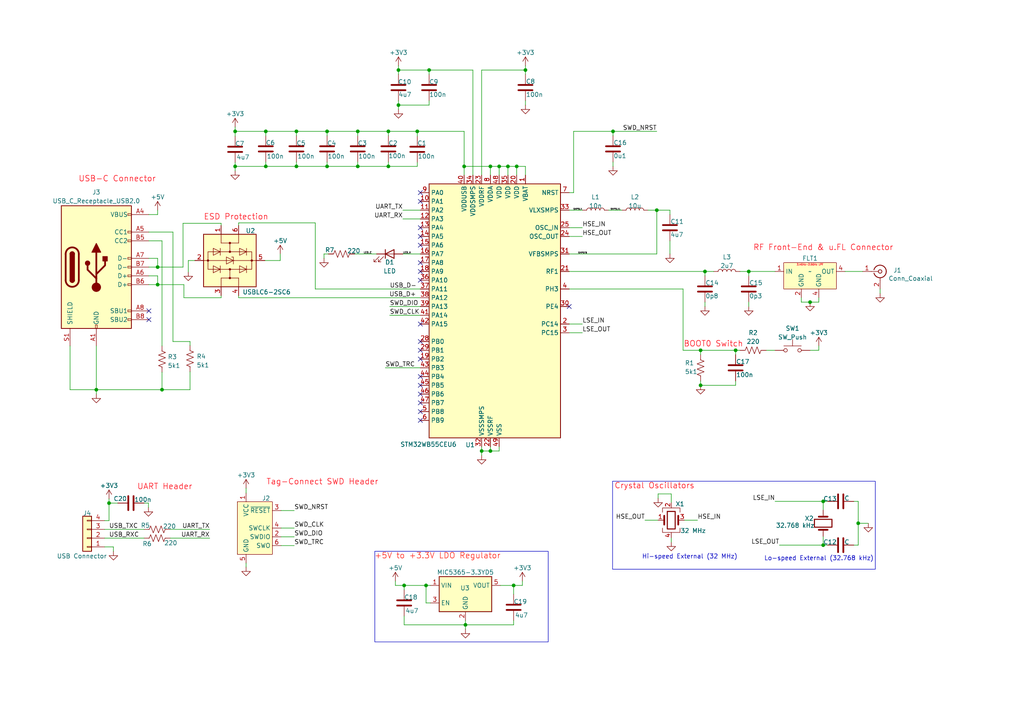
<source format=kicad_sch>
(kicad_sch (version 20230121) (generator eeschema)
  (paper "A4")
  (title_block (title "Bleuy") (date "2023-12-19") (rev "A"))
  (lib_symbols
    (symbol "Connector:Conn_ARM_SWD_TagConnect_TC2030" (in_bom no)
      (property "Reference" "J" (at 2.54 11.43 0))
      (property "Value" "Conn_ARM_SWD_TagConnect_TC2030" (at 5.08 8.89 0))
      (symbol "Conn_ARM_SWD_TagConnect_TC2030_0_0"
        (pin power_in line (at -2.54 10.16 270) (length 2.54) (name "VCC") (number "1"))
        (pin bidirectional line (at 7.62 -2.54 180) (length 2.54) (name "SWDIO") (number "2"))
        (pin open_collector line (at 7.62 5.08 180) (length 2.54) (name "~{RESET}") (number "3"))
        (pin output line (at 7.62 0 180) (length 2.54) (name "SWCLK") (number "4"))
        (pin power_in line (at -2.54 -10.16 90) (length 2.54) (name "GND") (number "5"))
        (pin input line (at 7.62 -5.08 180) (length 2.54) (name "SWO") (number "6"))
      )
      (symbol "Conn_ARM_SWD_TagConnect_TC2030_0_1"
        (rectangle (start -5.08 7.62) (end 5.08 -7.62) (fill (type background)))
      )
    )
    (symbol "Connector:Conn_Coaxial" (pin_names (offset 1.016) hide)
      (property "Reference" "J" (at 0.254 3.048 0))
      (property "Value" "Conn_Coaxial" (at 2.921 0 90))
      (symbol "Conn_Coaxial_0_1"
        (arc (start -1.778 -0.508) (mid 0.2311 -1.8066) (end 1.778 0) (stroke (width 0.254)))
        (polyline (pts (xy -2.54 0) (xy -0.508 0)))
        (polyline (pts (xy 0 -2.54) (xy 0 -1.778)))
        (circle (center 0 0) (radius 0.508) (stroke (width 0.2032)))
        (arc (start 1.778 0) (mid 0.2099 1.8101) (end -1.778 0.508) (stroke (width 0.254)))
      )
      (symbol "Conn_Coaxial_1_1"
        (pin passive line (at -5.08 0 0) (length 2.54) (name "In") (number "1"))
        (pin passive line (at 0 -5.08 90) (length 2.54) (name "Ext") (number "2"))
      )
    )
    (symbol "Connector:USB_C_Receptacle_USB2.0" (pin_names (offset 1.016))
      (property "Reference" "J" (at -10.16 19.05 0))
      (property "Value" "USB_C_Receptacle_USB2.0" (at 19.05 19.05 0))
      (symbol "USB_C_Receptacle_USB2.0_0_0"
        (rectangle (start -0.254 -17.78) (end 0.254 -16.764))
        (rectangle (start 10.16 -14.986) (end 9.144 -15.494))
        (rectangle (start 10.16 -12.446) (end 9.144 -12.954))
        (rectangle (start 10.16 -4.826) (end 9.144 -5.334))
        (rectangle (start 10.16 -2.286) (end 9.144 -2.794))
        (rectangle (start 10.16 0.254) (end 9.144 -0.254))
        (rectangle (start 10.16 2.794) (end 9.144 2.286))
        (rectangle (start 10.16 7.874) (end 9.144 7.366))
        (rectangle (start 10.16 10.414) (end 9.144 9.906))
        (rectangle (start 10.16 15.494) (end 9.144 14.986))
      )
      (symbol "USB_C_Receptacle_USB2.0_0_1"
        (rectangle (start -10.16 17.78) (end 10.16 -17.78) (stroke (width 0.254)) (fill (type background)))
        (arc (start -8.89 -3.81) (mid -6.985 -5.7067) (end -5.08 -3.81) (stroke (width 0.508)))
        (arc (start -7.62 -3.81) (mid -6.985 -4.4423) (end -6.35 -3.81) (stroke (width 0.254)))
        (arc (start -7.62 -3.81) (mid -6.985 -4.4423) (end -6.35 -3.81) (stroke (width 0.254)) (fill (type outline)))
        (rectangle (start -7.62 -3.81) (end -6.35 3.81) (stroke (width 0.254)) (fill (type outline)))
        (arc (start -6.35 3.81) (mid -6.985 4.4423) (end -7.62 3.81) (stroke (width 0.254)))
        (arc (start -6.35 3.81) (mid -6.985 4.4423) (end -7.62 3.81) (stroke (width 0.254)) (fill (type outline)))
        (arc (start -5.08 3.81) (mid -6.985 5.7067) (end -8.89 3.81) (stroke (width 0.508)))
        (circle (center -2.54 1.143) (radius 0.635) (stroke (width 0.254)) (fill (type outline)))
        (circle (center 0 -5.842) (radius 1.27) (fill (type outline)))
        (polyline (pts (xy -8.89 -3.81) (xy -8.89 3.81)) (stroke (width 0.508)))
        (polyline (pts (xy -5.08 3.81) (xy -5.08 -3.81)) (stroke (width 0.508)))
        (polyline (pts (xy 0 -5.842) (xy 0 4.318)) (stroke (width 0.508)))
        (polyline (pts (xy 0 -3.302) (xy -2.54 -0.762) (xy -2.54 0.508)) (stroke (width 0.508)))
        (polyline (pts (xy 0 -2.032) (xy 2.54 0.508) (xy 2.54 1.778)) (stroke (width 0.508)))
        (polyline (pts (xy -1.27 4.318) (xy 0 6.858) (xy 1.27 4.318) (xy -1.27 4.318)) (stroke (width 0.254)) (fill (type outline)))
        (rectangle (start 1.905 1.778) (end 3.175 3.048) (stroke (width 0.254)) (fill (type outline)))
      )
      (symbol "USB_C_Receptacle_USB2.0_1_1"
        (pin passive line (at 0 -22.86 90) (length 5.08) (name "GND") (number "A1"))
        (pin passive line (at 0 -22.86 90) (length 5.08) hide (name "GND") (number "A12"))
        (pin passive line (at 15.24 15.24 180) (length 5.08) (name "VBUS") (number "A4"))
        (pin bidirectional line (at 15.24 10.16 180) (length 5.08) (name "CC1") (number "A5"))
        (pin bidirectional line (at 15.24 -2.54 180) (length 5.08) (name "D+") (number "A6"))
        (pin bidirectional line (at 15.24 2.54 180) (length 5.08) (name "D-") (number "A7"))
        (pin bidirectional line (at 15.24 -12.7 180) (length 5.08) (name "SBU1") (number "A8"))
        (pin passive line (at 15.24 15.24 180) (length 5.08) hide (name "VBUS") (number "A9"))
        (pin passive line (at 0 -22.86 90) (length 5.08) hide (name "GND") (number "B1"))
        (pin passive line (at 0 -22.86 90) (length 5.08) hide (name "GND") (number "B12"))
        (pin passive line (at 15.24 15.24 180) (length 5.08) hide (name "VBUS") (number "B4"))
        (pin bidirectional line (at 15.24 7.62 180) (length 5.08) (name "CC2") (number "B5"))
        (pin bidirectional line (at 15.24 -5.08 180) (length 5.08) (name "D+") (number "B6"))
        (pin bidirectional line (at 15.24 0 180) (length 5.08) (name "D-") (number "B7"))
        (pin bidirectional line (at 15.24 -15.24 180) (length 5.08) (name "SBU2") (number "B8"))
        (pin passive line (at 15.24 15.24 180) (length 5.08) hide (name "VBUS") (number "B9"))
        (pin passive line (at -7.62 -22.86 90) (length 5.08) (name "SHIELD") (number "S1"))
      )
    )
    (symbol "Connector_Generic:Conn_01x04" (pin_names (offset 1.016) hide)
      (property "Reference" "J" (at 0 5.08 0))
      (property "Value" "Conn_01x04" (at 0 -7.62 0))
      (symbol "Conn_01x04_1_1"
        (rectangle (start -1.27 -4.953) (end 0 -5.207) (stroke (width 0.1524)))
        (rectangle (start -1.27 -2.413) (end 0 -2.667) (stroke (width 0.1524)))
        (rectangle (start -1.27 0.127) (end 0 -0.127) (stroke (width 0.1524)))
        (rectangle (start -1.27 2.667) (end 0 2.413) (stroke (width 0.1524)))
        (rectangle (start -1.27 3.81) (end 1.27 -6.35) (stroke (width 0.254)) (fill (type background)))
        (pin passive line (at -5.08 2.54 0) (length 3.81) (name "Pin_1") (number "1"))
        (pin passive line (at -5.08 0 0) (length 3.81) (name "Pin_2") (number "2"))
        (pin passive line (at -5.08 -2.54 0) (length 3.81) (name "Pin_3") (number "3"))
        (pin passive line (at -5.08 -5.08 0) (length 3.81) (name "Pin_4") (number "4"))
      )
    )
    (symbol "Device:C" (pin_numbers hide) (pin_names (offset 0.254))
      (property "Reference" "C" (at 0.635 2.54 0))
      (property "Value" "C" (at 0.635 -2.54 0))
      (symbol "C_0_1"
        (polyline (pts (xy -2.032 -0.762) (xy 2.032 -0.762)) (stroke (width 0.508)))
        (polyline (pts (xy -2.032 0.762) (xy 2.032 0.762)) (stroke (width 0.508)))
      )
      (symbol "C_1_1"
        (pin passive line (at 0 3.81 270) (length 2.794) (name "~") (number "1"))
        (pin passive line (at 0 -3.81 90) (length 2.794) (name "~") (number "2"))
      )
    )
    (symbol "Device:Crystal" (pin_numbers hide) (pin_names (offset 1.016) hide)
      (property "Reference" "Y" (at 0 3.81 0))
      (property "Value" "Crystal" (at 0 -3.81 0))
      (symbol "Crystal_0_1"
        (rectangle (start -1.143 2.54) (end 1.143 -2.54) (stroke (width 0.3048)))
        (polyline (pts (xy -2.54 0) (xy -1.905 0)))
        (polyline (pts (xy -1.905 -1.27) (xy -1.905 1.27)) (stroke (width 0.508)))
        (polyline (pts (xy 1.905 -1.27) (xy 1.905 1.27)) (stroke (width 0.508)))
        (polyline (pts (xy 2.54 0) (xy 1.905 0)))
      )
      (symbol "Crystal_1_1"
        (pin passive line (at -3.81 0 0) (length 1.27) (name "1") (number "1"))
        (pin passive line (at 3.81 0 180) (length 1.27) (name "2") (number "2"))
      )
    )
    (symbol "Device:Crystal_GND24" (pin_names (offset 1.016) hide)
      (property "Reference" "Y" (at 3.175 5.08 0))
      (property "Value" "Crystal_GND24" (at 3.175 3.175 0))
      (symbol "Crystal_GND24_0_1"
        (rectangle (start -1.143 2.54) (end 1.143 -2.54) (stroke (width 0.3048)))
        (polyline (pts (xy -2.54 0) (xy -2.032 0)))
        (polyline (pts (xy -2.032 -1.27) (xy -2.032 1.27)) (stroke (width 0.508)))
        (polyline (pts (xy 0 -3.81) (xy 0 -3.556)))
        (polyline (pts (xy 0 3.556) (xy 0 3.81)))
        (polyline (pts (xy 2.032 -1.27) (xy 2.032 1.27)) (stroke (width 0.508)))
        (polyline (pts (xy 2.032 0) (xy 2.54 0)))
        (polyline (pts (xy -2.54 -2.286) (xy -2.54 -3.556) (xy 2.54 -3.556) (xy 2.54 -2.286)))
        (polyline (pts (xy -2.54 2.286) (xy -2.54 3.556) (xy 2.54 3.556) (xy 2.54 2.286)))
      )
      (symbol "Crystal_GND24_1_1"
        (pin passive line (at -3.81 0 0) (length 1.27) (name "1") (number "1"))
        (pin passive line (at 0 5.08 270) (length 1.27) (name "2") (number "2"))
        (pin passive line (at 3.81 0 180) (length 1.27) (name "3") (number "3"))
        (pin passive line (at 0 -5.08 90) (length 1.27) (name "4") (number "4"))
      )
    )
    (symbol "Device:L" (pin_numbers hide) (pin_names (offset 1.016) hide)
      (property "Reference" "L" (at -1.27 0 90))
      (property "Value" "L" (at 1.905 0 90))
      (symbol "L_0_1"
        (arc (start 0 -2.54) (mid 0.6323 -1.905) (end 0 -1.27))
        (arc (start 0 -1.27) (mid 0.6323 -0.635) (end 0 0))
        (arc (start 0 0) (mid 0.6323 0.635) (end 0 1.27))
        (arc (start 0 1.27) (mid 0.6323 1.905) (end 0 2.54))
      )
      (symbol "L_1_1"
        (pin passive line (at 0 3.81 270) (length 1.27) (name "1") (number "1"))
        (pin passive line (at 0 -3.81 90) (length 1.27) (name "2") (number "2"))
      )
    )
    (symbol "Device:LED" (pin_numbers hide) (pin_names (offset 1.016) hide)
      (property "Reference" "D" (at 0 2.54 0))
      (property "Value" "LED" (at 0 -2.54 0))
      (symbol "LED_0_1"
        (polyline (pts (xy -1.27 -1.27) (xy -1.27 1.27)) (stroke (width 0.254)))
        (polyline (pts (xy -1.27 0) (xy 1.27 0)))
        (polyline (pts (xy 1.27 -1.27) (xy 1.27 1.27) (xy -1.27 0) (xy 1.27 -1.27)) (stroke (width 0.254)))
        (polyline (pts (xy -3.048 -0.762) (xy -4.572 -2.286) (xy -3.81 -2.286) (xy -4.572 -2.286) (xy -4.572 -1.524)))
        (polyline (pts (xy -1.778 -0.762) (xy -3.302 -2.286) (xy -2.54 -2.286) (xy -3.302 -2.286) (xy -3.302 -1.524)))
      )
      (symbol "LED_1_1"
        (pin passive line (at -3.81 0 0) (length 2.54) (name "K") (number "1"))
        (pin passive line (at 3.81 0 180) (length 2.54) (name "A") (number "2"))
      )
    )
    (symbol "Device:R_US" (pin_numbers hide) (pin_names (offset 0))
      (property "Reference" "R" (at 2.54 0 90))
      (property "Value" "R_US" (at -2.54 0 90))
      (symbol "R_US_0_1"
        (polyline (pts (xy 0 -2.286) (xy 0 -2.54)))
        (polyline (pts (xy 0 2.286) (xy 0 2.54)))
        (polyline (pts (xy 0 -0.762) (xy 1.016 -1.143) (xy 0 -1.524) (xy -1.016 -1.905) (xy 0 -2.286)))
        (polyline (pts (xy 0 0.762) (xy 1.016 0.381) (xy 0 0) (xy -1.016 -0.381) (xy 0 -0.762)))
        (polyline (pts (xy 0 2.286) (xy 1.016 1.905) (xy 0 1.524) (xy -1.016 1.143) (xy 0 0.762)))
      )
      (symbol "R_US_1_1"
        (pin passive line (at 0 3.81 270) (length 1.27) (name "~") (number "1"))
        (pin passive line (at 0 -3.81 90) (length 1.27) (name "~") (number "2"))
      )
    )
    (symbol "MCU_ST_STM32WB:STM32WB55CEUx"
      (property "Reference" "U" (at -17.78 39.37 0))
      (property "Value" "STM32WB55CEUx" (at 12.7 39.37 0))
      (symbol "STM32WB55CEUx_0_1"
        (rectangle (start -17.78 -35.56) (end 20.32 38.1) (stroke (width 0.254)) (fill (type background)))
      )
      (symbol "STM32WB55CEUx_1_1"
        (pin power_in line (at -7.62 40.64 270) (length 2.54) (name "VBAT") (number "1"))
        (pin bidirectional line (at 22.86 33.02 180) (length 2.54) (name "PA1") (number "10"))
        (pin bidirectional line (at 22.86 30.48 180) (length 2.54) (name "PA2") (number "11"))
        (pin bidirectional line (at 22.86 27.94 180) (length 2.54) (name "PA3") (number "12"))
        (pin bidirectional line (at 22.86 25.4 180) (length 2.54) (name "PA4") (number "13"))
        (pin bidirectional line (at 22.86 22.86 180) (length 2.54) (name "PA5") (number "14"))
        (pin bidirectional line (at 22.86 20.32 180) (length 2.54) (name "PA6") (number "15"))
        (pin bidirectional line (at 22.86 17.78 180) (length 2.54) (name "PA7") (number "16"))
        (pin bidirectional line (at 22.86 15.24 180) (length 2.54) (name "PA8") (number "17"))
        (pin bidirectional line (at 22.86 12.7 180) (length 2.54) (name "PA9") (number "18"))
        (pin bidirectional line (at 22.86 -12.7 180) (length 2.54) (name "PB2") (number "19"))
        (pin bidirectional line (at -20.32 -2.54 0) (length 2.54) (name "PC14") (number "2"))
        (pin power_in line (at -5.08 40.64 270) (length 2.54) (name "VDD") (number "20"))
        (pin bidirectional line (at -20.32 12.7 0) (length 2.54) (name "RF1") (number "21"))
        (pin power_in line (at 2.54 -38.1 90) (length 2.54) (name "VSSRF") (number "22"))
        (pin power_in line (at 5.08 40.64 270) (length 2.54) (name "VDDRF") (number "23"))
        (pin input line (at -20.32 22.86 0) (length 2.54) (name "OSC_OUT") (number "24"))
        (pin input line (at -20.32 25.4 0) (length 2.54) (name "OSC_IN") (number "25"))
        (pin no_connect line (at -17.78 -35.56 0) (length 2.54) hide (name "AT0") (number "26"))
        (pin no_connect line (at -17.78 -33.02 0) (length 2.54) hide (name "AT1") (number "27"))
        (pin bidirectional line (at 22.86 -7.62 180) (length 2.54) (name "PB0") (number "28"))
        (pin bidirectional line (at 22.86 -10.16 180) (length 2.54) (name "PB1") (number "29"))
        (pin bidirectional line (at -20.32 -5.08 0) (length 2.54) (name "PC15") (number "3"))
        (pin bidirectional line (at -20.32 2.54 0) (length 2.54) (name "PE4") (number "30"))
        (pin input line (at -20.32 17.78 0) (length 2.54) (name "VFBSMPS") (number "31"))
        (pin power_in line (at 5.08 -38.1 90) (length 2.54) (name "VSSSMPS") (number "32"))
        (pin power_in line (at -20.32 30.48 0) (length 2.54) (name "VLXSMPS") (number "33"))
        (pin power_in line (at 7.62 40.64 270) (length 2.54) (name "VDDSMPS") (number "34"))
        (pin power_in line (at -2.54 40.64 270) (length 2.54) (name "VDD") (number "35"))
        (pin bidirectional line (at 22.86 10.16 180) (length 2.54) (name "PA10") (number "36"))
        (pin bidirectional line (at 22.86 7.62 180) (length 2.54) (name "PA11") (number "37"))
        (pin bidirectional line (at 22.86 5.08 180) (length 2.54) (name "PA12") (number "38"))
        (pin bidirectional line (at 22.86 2.54 180) (length 2.54) (name "PA13") (number "39"))
        (pin bidirectional line (at -20.32 7.62 0) (length 2.54) (name "PH3") (number "4"))
        (pin power_in line (at 10.16 40.64 270) (length 2.54) (name "VDDUSB") (number "40"))
        (pin bidirectional line (at 22.86 0 180) (length 2.54) (name "PA14") (number "41"))
        (pin bidirectional line (at 22.86 -2.54 180) (length 2.54) (name "PA15") (number "42"))
        (pin bidirectional line (at 22.86 -15.24 180) (length 2.54) (name "PB3") (number "43"))
        (pin bidirectional line (at 22.86 -17.78 180) (length 2.54) (name "PB4") (number "44"))
        (pin bidirectional line (at 22.86 -20.32 180) (length 2.54) (name "PB5") (number "45"))
        (pin bidirectional line (at 22.86 -22.86 180) (length 2.54) (name "PB6") (number "46"))
        (pin bidirectional line (at 22.86 -25.4 180) (length 2.54) (name "PB7") (number "47"))
        (pin power_in line (at 0 40.64 270) (length 2.54) (name "VDD") (number "48"))
        (pin power_in line (at 0 -38.1 90) (length 2.54) (name "VSS") (number "49"))
        (pin bidirectional line (at 22.86 -27.94 180) (length 2.54) (name "PB8") (number "5"))
        (pin bidirectional line (at 22.86 -30.48 180) (length 2.54) (name "PB9") (number "6"))
        (pin input line (at -20.32 35.56 0) (length 2.54) (name "NRST") (number "7"))
        (pin power_in line (at 2.54 40.64 270) (length 2.54) (name "VDDA") (number "8"))
        (pin bidirectional line (at 22.86 35.56 180) (length 2.54) (name "PA0") (number "9"))
      )
    )
    (symbol "Power_Protection:USBLC6-2SC6" (pin_names hide)
      (property "Reference" "U" (at 2.54 8.89 0))
      (property "Value" "USBLC6-2SC6" (at 2.54 -8.89 0))
      (symbol "USBLC6-2SC6_0_1"
        (rectangle (start -7.62 -7.62) (end 7.62 7.62) (stroke (width 0.254)) (fill (type background)))
        (circle (center -5.08 0) (radius 0.254) (fill (type outline)))
        (circle (center -2.54 0) (radius 0.254) (fill (type outline)))
        (rectangle (start -2.54 6.35) (end 2.54 -6.35))
        (circle (center 0 -6.35) (radius 0.254) (fill (type outline)))
        (polyline (pts (xy -5.08 -2.54) (xy -7.62 -2.54)))
        (polyline (pts (xy -5.08 0) (xy -5.08 -2.54)))
        (polyline (pts (xy -5.08 2.54) (xy -7.62 2.54)))
        (polyline (pts (xy -1.524 -2.794) (xy -3.556 -2.794)))
        (polyline (pts (xy -1.524 4.826) (xy -3.556 4.826)))
        (polyline (pts (xy 0 -7.62) (xy 0 -6.35)))
        (polyline (pts (xy 0 -6.35) (xy 0 1.27)))
        (polyline (pts (xy 0 1.27) (xy 0 6.35)))
        (polyline (pts (xy 0 6.35) (xy 0 7.62)))
        (polyline (pts (xy 1.524 -2.794) (xy 3.556 -2.794)))
        (polyline (pts (xy 1.524 4.826) (xy 3.556 4.826)))
        (polyline (pts (xy 5.08 -2.54) (xy 7.62 -2.54)))
        (polyline (pts (xy 5.08 0) (xy 5.08 -2.54)))
        (polyline (pts (xy 5.08 2.54) (xy 7.62 2.54)))
        (polyline (pts (xy -2.54 0) (xy -5.08 0) (xy -5.08 2.54)))
        (polyline (pts (xy 2.54 0) (xy 5.08 0) (xy 5.08 2.54)))
        (polyline (pts (xy -3.556 -4.826) (xy -1.524 -4.826) (xy -2.54 -2.794) (xy -3.556 -4.826)))
        (polyline (pts (xy -3.556 2.794) (xy -1.524 2.794) (xy -2.54 4.826) (xy -3.556 2.794)))
        (polyline (pts (xy -1.016 -1.016) (xy 1.016 -1.016) (xy 0 1.016) (xy -1.016 -1.016)))
        (polyline (pts (xy 1.016 1.016) (xy 0.762 1.016) (xy -1.016 1.016) (xy -1.016 0.508)))
        (polyline (pts (xy 3.556 -4.826) (xy 1.524 -4.826) (xy 2.54 -2.794) (xy 3.556 -4.826)))
        (polyline (pts (xy 3.556 2.794) (xy 1.524 2.794) (xy 2.54 4.826) (xy 3.556 2.794)))
        (circle (center 0 6.35) (radius 0.254) (fill (type outline)))
        (circle (center 2.54 0) (radius 0.254) (fill (type outline)))
        (circle (center 5.08 0) (radius 0.254) (fill (type outline)))
      )
      (symbol "USBLC6-2SC6_1_1"
        (pin passive line (at -10.16 -2.54 0) (length 2.54) (name "I/O1") (number "1"))
        (pin passive line (at 0 -10.16 90) (length 2.54) (name "GND") (number "2"))
        (pin passive line (at 10.16 -2.54 180) (length 2.54) (name "I/O2") (number "3"))
        (pin passive line (at 10.16 2.54 180) (length 2.54) (name "I/O2") (number "4"))
        (pin passive line (at 0 10.16 270) (length 2.54) (name "VBUS") (number "5"))
        (pin passive line (at -10.16 2.54 0) (length 2.54) (name "I/O1") (number "6"))
      )
    )
    (symbol "RF LFP:DLF162500LT-5028A1"
      (property "Reference" "FLT" (at 0 3.556 0))
      (symbol "DLF162500LT-5028A1_0_1"
        (rectangle (start -7.62 2.54) (end 7.62 -5.08) (fill (type background)))
        (text "2.4GHz-2.5GHz LPF" (at 0 2.032 0) (effects (font (size 0.508 0.508))))
      )
      (symbol "DLF162500LT-5028A1_1_1"
        (pin passive line (at -10.16 0 0) (length 2.54) (name "IN") (number "1"))
        (pin passive line (at -2.54 -7.62 90) (length 2.54) (name "GND") (number "2"))
        (pin passive line (at 2.54 -7.62 90) (length 2.54) (name "GND") (number "4"))
        (pin passive line (at 10.16 0 180) (length 2.54) (name "OUT") (number "4"))
      )
    )
    (symbol "Regulator_Linear:MIC5365-3.3YD5"
      (property "Reference" "U" (at -7.62 6.35 0))
      (property "Value" "MIC5365-3.3YD5" (at 0 6.35 0))
      (symbol "MIC5365-3.3YD5_0_1"
        (rectangle (start -7.62 -5.08) (end 7.62 5.08) (stroke (width 0.254)) (fill (type background)))
      )
      (symbol "MIC5365-3.3YD5_1_1"
        (pin power_in line (at -10.16 2.54 0) (length 2.54) (name "VIN") (number "1"))
        (pin power_in line (at 0 -7.62 90) (length 2.54) (name "GND") (number "2"))
        (pin input line (at -10.16 -2.54 0) (length 2.54) (name "EN") (number "3"))
        (pin no_connect line (at 7.62 -2.54 180) (length 2.54) hide (name "NC") (number "4"))
        (pin power_out line (at 10.16 2.54 180) (length 2.54) (name "VOUT") (number "5"))
      )
    )
    (symbol "Switch:SW_Push" (pin_numbers hide) (pin_names (offset 1.016) hide)
      (property "Reference" "SW" (at 1.27 2.54 0))
      (property "Value" "SW_Push" (at 0 -1.524 0))
      (symbol "SW_Push_0_1"
        (circle (center -2.032 0) (radius 0.508))
        (polyline (pts (xy 0 1.27) (xy 0 3.048)))
        (polyline (pts (xy 2.54 1.27) (xy -2.54 1.27)))
        (circle (center 2.032 0) (radius 0.508))
        (pin passive line (at -5.08 0 0) (length 2.54) (name "1") (number "1"))
        (pin passive line (at 5.08 0 180) (length 2.54) (name "2") (number "2"))
      )
    )
    (symbol "power:+3V3" (power) (pin_names (offset 0))
      (property "Value" "+3V3" (at 0 3.556 0))
      (symbol "+3V3_0_1"
        (polyline (pts (xy -0.762 1.27) (xy 0 2.54)))
        (polyline (pts (xy 0 0) (xy 0 2.54)))
        (polyline (pts (xy 0 2.54) (xy 0.762 1.27)))
      )
      (symbol "+3V3_1_1"
        (pin power_in line (at 0 0 90) (length 0) hide (name "+3V3") (number "1"))
      )
    )
    (symbol "power:+5V" (power) (pin_names (offset 0))
      (property "Value" "+5V" (at 0 3.556 0))
      (symbol "+5V_0_1"
        (polyline (pts (xy -0.762 1.27) (xy 0 2.54)))
        (polyline (pts (xy 0 0) (xy 0 2.54)))
        (polyline (pts (xy 0 2.54) (xy 0.762 1.27)))
      )
      (symbol "+5V_1_1"
        (pin power_in line (at 0 0 90) (length 0) hide (name "+5V") (number "1"))
      )
    )
    (symbol "power:GND" (power) (pin_names (offset 0))
      (property "Value" "GND" (at 0 -3.81 0))
      (symbol "GND_0_1"
        (polyline (pts (xy 0 0) (xy 0 -1.27) (xy 1.27 -1.27) (xy 0 -2.54) (xy -1.27 -1.27) (xy 0 -1.27)))
      )
      (symbol "GND_1_1"
        (pin power_in line (at 0 0 270) (length 0) hide (name "GND") (number "1"))
      )
    )
  )
  (junction (at 147.32 48.26))
  (junction (at 213.36 101.6))
  (junction (at 117.221 169.799))
  (junction (at 234.95 87.63))
  (junction (at 203.2 101.6))
  (junction (at 204.47 78.74))
  (junction (at 85.979 38.1))
  (junction (at 77.089 48.26))
  (junction (at 149.86 48.26))
  (junction (at 94.869 38.1))
  (junction (at 139.7 130.81))
  (junction (at 27.94 113.03))
  (junction (at 217.17 78.74))
  (junction (at 121.031 38.1))
  (junction (at 152.4 20.32))
  (junction (at 135.001 181.229))
  (junction (at 238.76 145.415))
  (junction (at 103.759 48.26))
  (junction (at 31.623 145.923))
  (junction (at 68.199 48.26))
  (junction (at 144.78 48.26))
  (junction (at 190.5 60.96))
  (junction (at 203.2 111.76))
  (junction (at 123.571 169.799))
  (junction (at 124.46 20.32))
  (junction (at 134.62 48.26))
  (junction (at 177.8 38.1))
  (junction (at 103.759 38.1))
  (junction (at 45.72 82.55))
  (junction (at 142.24 130.81))
  (junction (at 248.92 151.765))
  (junction (at 115.57 30.48))
  (junction (at 94.869 48.26))
  (junction (at 112.649 38.1))
  (junction (at 77.089 38.1))
  (junction (at 148.971 169.799))
  (junction (at 45.72 77.47))
  (junction (at 68.199 38.1))
  (junction (at 46.99 113.03))
  (junction (at 115.57 20.32))
  (junction (at 112.649 48.26))
  (junction (at 85.979 48.26))
  (junction (at 142.24 48.26))
  (junction (at 238.76 158.115))
  (no_connect (at 121.92 71.12))
  (no_connect (at 121.92 111.76))
  (no_connect (at 121.92 119.38))
  (no_connect (at 121.92 76.2))
  (no_connect (at 121.92 101.6))
  (no_connect (at 121.92 116.84))
  (no_connect (at 121.92 104.14))
  (no_connect (at 121.92 114.3))
  (no_connect (at 121.92 99.06))
  (no_connect (at 43.18 92.71))
  (no_connect (at 121.92 121.92))
  (no_connect (at 121.92 58.42))
  (no_connect (at 121.92 78.74))
  (no_connect (at 121.92 109.22))
  (no_connect (at 121.92 55.88))
  (no_connect (at 121.92 68.58))
  (no_connect (at 121.92 66.04))
  (no_connect (at 121.92 93.98))
  (no_connect (at 121.92 81.28))
  (no_connect (at 43.18 90.17))
  (no_connect (at 165.1 88.9))
  (wire (pts (xy 190.881 143.256) (xy 190.881 144.526)))
  (wire (pts (xy 247.65 158.115) (xy 248.92 158.115)))
  (wire (pts (xy 248.92 151.765) (xy 248.92 145.415)))
  (wire (pts (xy 68.199 36.83) (xy 68.199 38.1)))
  (wire (pts (xy 152.4 20.32) (xy 152.4 21.59)))
  (wire (pts (xy 145.161 169.799) (xy 148.971 169.799)))
  (wire (pts (xy 27.94 100.33) (xy 27.94 113.03)))
  (wire (pts (xy 194.31 60.96) (xy 194.31 62.23)))
  (wire (pts (xy 71.374 163.322) (xy 71.374 164.465)))
  (wire (pts (xy 115.57 30.48) (xy 115.57 31.75)))
  (wire (pts (xy 152.4 50.8) (xy 152.4 48.26)))
  (wire (pts (xy 103.759 46.99) (xy 103.759 48.26)))
  (wire (pts (xy 139.7 50.8) (xy 139.7 20.32)))
  (wire (pts (xy 77.089 46.99) (xy 77.089 48.26)))
  (wire (pts (xy 116.84 60.96) (xy 121.92 60.96)))
  (wire (pts (xy 237.49 87.63) (xy 234.95 87.63)))
  (wire (pts (xy 176.53 60.96) (xy 180.34 60.96)))
  (wire (pts (xy 45.72 74.93) (xy 45.72 77.47)))
  (wire (pts (xy 190.5 60.96) (xy 194.31 60.96)))
  (wire (pts (xy 139.7 129.54) (xy 139.7 130.81)))
  (wire (pts (xy 53.086 77.47) (xy 53.086 64.77)))
  (wire (pts (xy 43.18 62.23) (xy 45.72 62.23)))
  (wire (pts (xy 45.72 82.55) (xy 53.34 82.55)))
  (wire (pts (xy 81.534 148.082) (xy 85.344 148.082)))
  (wire (pts (xy 94.869 38.1) (xy 94.869 39.37)))
  (wire (pts (xy 77.089 38.1) (xy 68.199 38.1)))
  (wire (pts (xy 69.215 64.643) (xy 91.44 64.643)))
  (wire (pts (xy 232.41 86.36) (xy 232.41 87.63)))
  (wire (pts (xy 142.24 130.81) (xy 144.78 130.81)))
  (wire (pts (xy 27.94 113.03) (xy 46.99 113.03)))
  (wire (pts (xy 177.8 38.1) (xy 190.5 38.1)))
  (wire (pts (xy 102.87 73.66) (xy 109.22 73.66)))
  (wire (pts (xy 43.18 67.31) (xy 50.165 67.31)))
  (wire (pts (xy 53.34 82.55) (xy 53.34 86.36)))
  (wire (pts (xy 232.41 87.63) (xy 234.95 87.63)))
  (wire (pts (xy 144.78 48.26) (xy 142.24 48.26)))
  (wire (pts (xy 139.7 130.81) (xy 142.24 130.81)))
  (wire (pts (xy 54.61 75.565) (xy 54.61 78.867)))
  (wire (pts (xy 165.1 83.82) (xy 198.12 83.82)))
  (wire (pts (xy 50.165 67.31) (xy 50.165 99.06)))
  (wire (pts (xy 115.57 20.32) (xy 115.57 19.05)))
  (wire (pts (xy 113.03 88.9) (xy 121.92 88.9)))
  (wire (pts (xy 177.8 38.1) (xy 177.8 39.37)))
  (wire (pts (xy 43.18 80.01) (xy 45.72 80.01)))
  (wire (pts (xy 71.374 141.605) (xy 71.374 143.002)))
  (wire (pts (xy 64.135 64.77) (xy 64.135 65.405)))
  (wire (pts (xy 137.16 50.8) (xy 137.16 20.32)))
  (wire (pts (xy 117.221 169.799) (xy 123.571 169.799)))
  (wire (pts (xy 124.841 174.879) (xy 123.571 174.879)))
  (wire (pts (xy 77.089 38.1) (xy 77.089 39.37)))
  (wire (pts (xy 81.534 158.242) (xy 85.344 158.242)))
  (wire (pts (xy 111.76 106.68) (xy 121.92 106.68)))
  (wire (pts (xy 43.053 145.923) (xy 43.053 147.193)))
  (wire (pts (xy 238.76 147.955) (xy 238.76 145.415)))
  (wire (pts (xy 117.221 169.799) (xy 114.681 169.799)))
  (wire (pts (xy 68.199 38.1) (xy 68.199 39.497)))
  (wire (pts (xy 149.86 48.26) (xy 149.86 50.8)))
  (wire (pts (xy 32.893 158.623) (xy 32.893 159.893)))
  (wire (pts (xy 134.62 48.26) (xy 134.62 38.1)))
  (wire (pts (xy 55.118 99.06) (xy 55.118 100.203)))
  (wire (pts (xy 94.869 48.26) (xy 103.759 48.26)))
  (wire (pts (xy 147.32 48.26) (xy 147.32 50.8)))
  (wire (pts (xy 69.215 64.643) (xy 69.215 65.405)))
  (wire (pts (xy 255.27 83.82) (xy 255.27 85.09)))
  (wire (pts (xy 147.32 48.26) (xy 144.78 48.26)))
  (wire (pts (xy 144.78 129.54) (xy 144.78 130.81)))
  (wire (pts (xy 53.34 86.36) (xy 64.135 86.36)))
  (wire (pts (xy 112.649 38.1) (xy 112.649 39.37)))
  (wire (pts (xy 224.79 145.415) (xy 238.76 145.415)))
  (wire (pts (xy 117.221 181.229) (xy 135.001 181.229)))
  (wire (pts (xy 152.4 29.21) (xy 152.4 30.48)))
  (wire (pts (xy 69.215 86.36) (xy 121.92 86.36)))
  (wire (pts (xy 139.7 20.32) (xy 152.4 20.32)))
  (wire (pts (xy 113.03 91.44) (xy 121.92 91.44)))
  (wire (pts (xy 248.92 145.415) (xy 247.65 145.415)))
  (wire (pts (xy 148.971 169.799) (xy 151.511 169.799)))
  (wire (pts (xy 85.979 38.1) (xy 77.089 38.1)))
  (wire (pts (xy 20.32 113.03) (xy 27.94 113.03)))
  (wire (pts (xy 30.353 158.623) (xy 32.893 158.623)))
  (wire (pts (xy 135.001 181.229) (xy 135.001 182.499)))
  (wire (pts (xy 165.1 68.58) (xy 168.91 68.58)))
  (wire (pts (xy 238.76 155.575) (xy 238.76 158.115)))
  (wire (pts (xy 68.199 48.26) (xy 77.089 48.26)))
  (wire (pts (xy 49.403 156.083) (xy 60.833 156.083)))
  (wire (pts (xy 152.4 20.32) (xy 152.4 19.05)))
  (wire (pts (xy 55.118 113.03) (xy 55.118 107.823)))
  (wire (pts (xy 85.979 46.99) (xy 85.979 48.26)))
  (wire (pts (xy 77.089 48.26) (xy 85.979 48.26)))
  (wire (pts (xy 93.98 74.93) (xy 93.98 73.66)))
  (wire (pts (xy 234.95 101.6) (xy 237.49 101.6)))
  (wire (pts (xy 194.691 155.956) (xy 194.691 157.226)))
  (wire (pts (xy 148.971 169.799) (xy 148.971 172.339)))
  (wire (pts (xy 124.46 30.48) (xy 124.46 29.21)))
  (wire (pts (xy 142.24 48.26) (xy 142.24 50.8)))
  (wire (pts (xy 149.86 48.26) (xy 147.32 48.26)))
  (wire (pts (xy 103.759 38.1) (xy 94.869 38.1)))
  (wire (pts (xy 194.691 145.796) (xy 194.691 143.256)))
  (wire (pts (xy 142.24 48.26) (xy 134.62 48.26)))
  (wire (pts (xy 114.681 169.799) (xy 114.681 168.529)))
  (wire (pts (xy 31.623 151.003) (xy 31.623 145.923)))
  (wire (pts (xy 68.199 47.117) (xy 68.199 48.26)))
  (wire (pts (xy 203.2 101.6) (xy 213.36 101.6)))
  (wire (pts (xy 198.501 150.876) (xy 202.311 150.876)))
  (wire (pts (xy 203.2 101.6) (xy 203.2 102.87)))
  (wire (pts (xy 222.25 101.6) (xy 224.79 101.6)))
  (wire (pts (xy 213.36 110.49) (xy 213.36 111.76)))
  (wire (pts (xy 46.99 100.33) (xy 46.99 69.85)))
  (wire (pts (xy 112.649 46.99) (xy 112.649 48.26)))
  (wire (pts (xy 237.49 101.6) (xy 237.49 100.33)))
  (wire (pts (xy 135.001 179.959) (xy 135.001 181.229)))
  (wire (pts (xy 194.31 69.85) (xy 194.31 73.66)))
  (wire (pts (xy 76.835 75.565) (xy 81.28 75.565)))
  (wire (pts (xy 81.534 153.162) (xy 85.344 153.162)))
  (wire (pts (xy 123.571 169.799) (xy 124.841 169.799)))
  (wire (pts (xy 117.221 178.689) (xy 117.221 181.229)))
  (wire (pts (xy 177.8 46.99) (xy 177.8 48.26)))
  (wire (pts (xy 27.94 114.3) (xy 27.94 113.03)))
  (wire (pts (xy 45.72 77.47) (xy 53.086 77.47)))
  (wire (pts (xy 224.79 78.74) (xy 217.17 78.74)))
  (wire (pts (xy 165.1 60.96) (xy 168.91 60.96)))
  (wire (pts (xy 91.44 83.82) (xy 121.92 83.82)))
  (wire (pts (xy 103.759 48.26) (xy 112.649 48.26)))
  (wire (pts (xy 81.534 155.702) (xy 85.344 155.702)))
  (wire (pts (xy 204.47 78.74) (xy 204.47 80.01)))
  (wire (pts (xy 248.92 158.115) (xy 248.92 151.765)))
  (wire (pts (xy 93.98 73.66) (xy 95.25 73.66)))
  (wire (pts (xy 165.1 55.88) (xy 166.37 55.88)))
  (wire (pts (xy 43.18 82.55) (xy 45.72 82.55)))
  (wire (pts (xy 213.36 101.6) (xy 214.63 101.6)))
  (wire (pts (xy 94.869 46.99) (xy 94.869 48.26)))
  (wire (pts (xy 31.623 145.923) (xy 34.163 145.923)))
  (wire (pts (xy 251.841 151.765) (xy 248.92 151.765)))
  (wire (pts (xy 45.72 80.01) (xy 45.72 82.55)))
  (wire (pts (xy 30.353 153.543) (xy 41.783 153.543)))
  (wire (pts (xy 43.18 77.47) (xy 45.72 77.47)))
  (wire (pts (xy 20.32 100.33) (xy 20.32 113.03)))
  (wire (pts (xy 115.57 30.48) (xy 124.46 30.48)))
  (wire (pts (xy 30.353 151.003) (xy 31.623 151.003)))
  (wire (pts (xy 49.403 153.543) (xy 60.833 153.543)))
  (wire (pts (xy 237.49 86.36) (xy 237.49 87.63)))
  (wire (pts (xy 165.1 73.66) (xy 190.5 73.66)))
  (wire (pts (xy 213.36 101.6) (xy 213.36 102.87)))
  (wire (pts (xy 238.76 145.415) (xy 240.03 145.415)))
  (wire (pts (xy 50.165 99.06) (xy 55.118 99.06)))
  (wire (pts (xy 134.62 48.26) (xy 134.62 50.8)))
  (wire (pts (xy 43.18 69.85) (xy 46.99 69.85)))
  (wire (pts (xy 151.511 169.799) (xy 151.511 168.529)))
  (wire (pts (xy 45.72 60.96) (xy 45.72 62.23)))
  (wire (pts (xy 148.971 181.229) (xy 135.001 181.229)))
  (wire (pts (xy 142.24 129.54) (xy 142.24 130.81)))
  (wire (pts (xy 112.649 38.1) (xy 103.759 38.1)))
  (wire (pts (xy 198.12 101.6) (xy 203.2 101.6)))
  (wire (pts (xy 53.086 64.77) (xy 64.135 64.77)))
  (wire (pts (xy 144.78 48.26) (xy 144.78 50.8)))
  (wire (pts (xy 123.571 174.879) (xy 123.571 169.799)))
  (wire (pts (xy 31.623 145.923) (xy 31.623 144.653)))
  (wire (pts (xy 187.071 150.876) (xy 190.881 150.876)))
  (wire (pts (xy 245.11 78.74) (xy 250.19 78.74)))
  (wire (pts (xy 117.221 169.799) (xy 117.221 171.069)))
  (wire (pts (xy 81.28 75.565) (xy 81.28 73.66)))
  (wire (pts (xy 116.84 73.66) (xy 121.92 73.66)))
  (wire (pts (xy 43.18 74.93) (xy 45.72 74.93)))
  (wire (pts (xy 91.44 64.643) (xy 91.44 83.82)))
  (wire (pts (xy 148.971 179.959) (xy 148.971 181.229)))
  (wire (pts (xy 165.1 78.74) (xy 204.47 78.74)))
  (wire (pts (xy 137.16 20.32) (xy 124.46 20.32)))
  (wire (pts (xy 226.06 158.115) (xy 238.76 158.115)))
  (wire (pts (xy 112.649 38.1) (xy 121.031 38.1)))
  (wire (pts (xy 165.1 93.98) (xy 168.91 93.98)))
  (wire (pts (xy 134.62 38.1) (xy 121.031 38.1)))
  (wire (pts (xy 94.869 38.1) (xy 85.979 38.1)))
  (wire (pts (xy 69.215 85.725) (xy 69.215 86.36)))
  (wire (pts (xy 190.5 60.96) (xy 187.96 60.96)))
  (wire (pts (xy 85.979 38.1) (xy 85.979 39.37)))
  (wire (pts (xy 217.17 87.63) (xy 217.17 88.9)))
  (wire (pts (xy 30.353 156.083) (xy 41.783 156.083)))
  (wire (pts (xy 103.759 38.1) (xy 103.759 39.37)))
  (wire (pts (xy 165.1 66.04) (xy 168.91 66.04)))
  (wire (pts (xy 166.37 55.88) (xy 166.37 38.1)))
  (wire (pts (xy 165.1 96.52) (xy 168.91 96.52)))
  (wire (pts (xy 124.46 20.32) (xy 124.46 21.59)))
  (wire (pts (xy 204.47 78.74) (xy 207.01 78.74)))
  (wire (pts (xy 166.37 38.1) (xy 177.8 38.1)))
  (wire (pts (xy 46.99 113.03) (xy 55.118 113.03)))
  (wire (pts (xy 64.135 86.36) (xy 64.135 85.725)))
  (wire (pts (xy 214.63 78.74) (xy 217.17 78.74)))
  (wire (pts (xy 194.691 143.256) (xy 190.881 143.256)))
  (wire (pts (xy 190.5 73.66) (xy 190.5 60.96)))
  (wire (pts (xy 115.57 20.32) (xy 115.57 21.59)))
  (wire (pts (xy 121.031 38.1) (xy 121.031 39.497)))
  (wire (pts (xy 152.4 48.26) (xy 149.86 48.26)))
  (wire (pts (xy 121.031 48.26) (xy 121.031 47.117)))
  (wire (pts (xy 56.515 75.565) (xy 54.61 75.565)))
  (wire (pts (xy 112.649 48.26) (xy 121.031 48.26)))
  (wire (pts (xy 198.12 83.82) (xy 198.12 101.6)))
  (wire (pts (xy 85.979 48.26) (xy 94.869 48.26)))
  (wire (pts (xy 124.46 20.32) (xy 115.57 20.32)))
  (wire (pts (xy 116.84 63.5) (xy 121.92 63.5)))
  (wire (pts (xy 68.199 49.53) (xy 68.199 48.26)))
  (wire (pts (xy 46.99 113.03) (xy 46.99 107.95)))
  (wire (pts (xy 238.76 158.115) (xy 240.03 158.115)))
  (wire (pts (xy 139.7 130.81) (xy 139.7 132.08)))
  (wire (pts (xy 115.57 29.21) (xy 115.57 30.48)))
  (wire (pts (xy 41.783 145.923) (xy 43.053 145.923)))
  (wire (pts (xy 204.47 87.63) (xy 204.47 88.9)))
  (wire (pts (xy 203.2 110.49) (xy 203.2 111.76)))
  (wire (pts (xy 217.17 78.74) (xy 217.17 80.01)))
  (wire (pts (xy 213.36 111.76) (xy 203.2 111.76)))
  (rectangle (start 177.673 139.573) (end 253.873 165.1))
  (rectangle (start 108.712 159.893) (end 159.004 186.182))
  (text "UART Header" (at 39.751 142.24 0) (effects (font (size 1.651 1.651)) (justify left bottom)))
  (text "Tag-Connect SWD Header" (at 77.216 140.843 0) (effects (font (size 1.651 1.651)) (justify left bottom)))
  (text "USB-C Connector" (at 22.733 52.959 0) (effects (font (size 1.651 1.651)) (justify left bottom)))
  (text "Crystal Oscillators" (at 178.181 141.986 0) (effects (font (size 1.651 1.651)) (justify left bottom)))
  (text "Lo-speed External (32.768 kHz)" (at 221.615 162.814 0) (effects (font (size 1.27 1.27)) (justify left bottom)))
  (text "+5V to +3.3V LDO Regulator" (at 108.585 162.306 0) (effects (font (size 1.651 1.651)) (justify left bottom)))
  (text "ESD Protection" (at 59.055 64.008 0) (effects (font (size 1.651 1.651)) (justify left bottom)))
  (text "BOOT0 Switch" (at 198.247 100.838 0) (effects (font (size 1.651 1.651)) (justify left bottom)))
  (text "Hi-speed External (32 MHz)" (at 186.182 162.306 0) (effects (font (size 1.27 1.27)) (justify left bottom)))
  (text "RF Front-End & u.FL Connector" (at 218.44 72.898 0) (effects (font (size 1.651 1.651)) (justify left bottom)))
  (label "UART_TX" (at 60.833 153.543 180))
  (label "SMPSLX" (at 166.243 60.96 0) (effects (font (size 0.4318 0.4318))))
  (label "SWD_TRC" (at 85.344 158.242 0))
  (label "SWD_DIO" (at 85.344 155.702 0))
  (label "UART_RX" (at 116.84 63.5 180))
  (label "LSE_IN" (at 168.91 93.98 0))
  (label "LED_A" (at 116.84 73.66 0) (effects (font (size 0.508 0.508))))
  (label "USB_D+" (at 112.903 86.36 0))
  (label "HSE_OUT" (at 187.071 150.876 180))
  (label "LSE_OUT" (at 226.06 158.115 180))
  (label "UART_TX" (at 116.84 60.96 180))
  (label "HSE_IN" (at 202.311 150.876 0))
  (label "HSE_OUT" (at 168.91 68.58 0))
  (label "SWD_NRST" (at 85.344 148.082 0))
  (label "USB_D-" (at 113.03 83.82 0))
  (label "SWD_CLK" (at 85.344 153.162 0))
  (label "USB_RXC" (at 31.623 156.083 0))
  (label "SMPSLXL" (at 177.038 60.96 0) (effects (font (size 0.4318 0.4318))))
  (label "SWD_DIO" (at 113.03 88.9 0))
  (label "HSE_IN" (at 168.91 66.04 0))
  (label "SWD_TRC" (at 111.76 106.68 0))
  (label "USB_TXC" (at 31.623 153.543 0))
  (label "LSE_OUT" (at 168.91 96.52 0))
  (label "UART_RX" (at 60.833 156.083 180))
  (label "LSE_IN" (at 224.79 145.415 180))
  (label "SWD_NRST" (at 190.5 38.1 180))
  (label "LED_C" (at 105.41 73.66 0) (effects (font (size 0.508 0.508))))
  (label "SWD_CLK" (at 113.03 91.44 0))
  (label "SMPSFB" (at 167.64 73.66 0) (effects (font (size 0.4318 0.4318))))
  (symbol (lib_id "Device:C") (at 112.649 43.18 0) (unit 1)
    (property "Reference" "C2" (at 112.649 41.529 0) (effects (justify left)))
    (property "Value" "100n" (at 112.649 45.212 0) (effects (justify left)))
  )
  (symbol (lib_id "power:+3V3") (at 31.623 144.653 0) (unit 1)
    (property "Reference" "#PWR026" (effects hide))
    (property "Value" "+3V3" (at 31.623 140.843 0))
  )
  (symbol (lib_id "power:GND") (at 251.841 151.765 0) (unit 1)
    (property "Reference" "#PWR09" (effects hide))
    (property "Value" "GND" (effects hide))
  )
  (symbol (lib_id "Device:Crystal_GND24") (at 194.691 150.876 0) (unit 1)
    (property "Reference" "X1" (at 197.231 146.177 0))
    (property "Value" "32 MHz" (at 201.041 153.924 0))
  )
  (symbol (lib_id "MCU_ST_STM32WB:STM32WB55CEUx") (at 144.78 91.44 0) (mirror y) (unit 1)
    (property "Reference" "U1" (at 137.7441 129.032 0) (effects (justify left)))
    (property "Value" "STM32WB55CEU6" (at 132.461 128.905 0) (effects (justify left)))
    (property "Footprint" "Package_DFN_QFN:QFN-48-1EP_7x7mm_P0.5mm_EP5.6x5.6mm" (effects hide))
    (property "Datasheet" "https://www.st.com/resource/en/datasheet/stm32wb55ce.pdf" (effects hide))
  )
  (symbol (lib_id "Device:C") (at 204.47 83.82 0) (unit 1)
    (property "Reference" "C14" (at 204.597 82.042 0) (effects (justify left)))
    (property "Value" "0p8" (at 204.597 85.852 0) (effects (justify left)))
  )
  (symbol (lib_id "Device:C") (at 77.089 43.18 0) (unit 1)
    (property "Reference" "C6" (at 77.089 41.402 0) (effects (justify left)))
    (property "Value" "100n" (at 77.343 45.339 0) (effects (justify left)))
  )
  (symbol (lib_id "Device:C") (at 243.84 145.415 90) (unit 1)
    (property "Reference" "C13" (at 242.697 144.653 90) (effects (justify left)))
    (property "Value" "C" (at 246.38 144.526 90) (effects (justify left)))
  )
  (symbol (lib_id "Connector_Generic:Conn_01x04") (at 25.273 156.083 180) (unit 1)
    (property "Reference" "J4" (at 25.273 148.844 0))
    (property "Value" "USB Connector" (at 23.749 161.29 0))
  )
  (symbol (lib_id "power:GND") (at 135.001 182.499 0) (unit 1)
    (property "Reference" "#PWR023" (effects hide))
    (property "Value" "GND" (effects hide))
  )
  (symbol (lib_id "Device:C") (at 148.971 176.149 0) (unit 1)
    (property "Reference" "C19" (at 148.971 174.498 0) (effects (justify left)))
    (property "Value" "4u7" (at 149.352 178.435 0) (effects (justify left)))
  )
  (symbol (lib_id "power:+3V3") (at 152.4 19.05 0) (unit 1)
    (property "Reference" "#PWR05" (effects hide))
    (property "Value" "+3V3" (at 152.4 15.24 0))
  )
  (symbol (lib_id "power:+3V3") (at 237.49 100.33 0) (unit 1)
    (property "Reference" "#PWR019" (effects hide))
    (property "Value" "+3V3" (at 237.49 96.52 0))
  )
  (symbol (lib_id "power:GND") (at 32.893 159.893 0) (unit 1)
    (property "Reference" "#PWR027" (effects hide))
    (property "Value" "GND" (effects hide))
  )
  (symbol (lib_id "power:+3V3") (at 151.511 168.529 0) (unit 1)
    (property "Reference" "#PWR025" (effects hide))
    (property "Value" "+3V3" (at 151.511 164.719 0))
  )
  (symbol (lib_id "Device:C") (at 115.57 25.4 0) (unit 1)
    (property "Reference" "C10" (at 115.443 23.749 0) (effects (justify left)))
    (property "Value" "4u7" (at 115.57 27.432 0) (effects (justify left)))
  )
  (symbol (lib_id "power:GND") (at 204.47 88.9 0) (unit 1)
    (property "Reference" "#PWR013" (effects hide))
    (property "Value" "GND" (effects hide))
  )
  (symbol (lib_id "Device:C") (at 213.36 106.68 0) (unit 1)
    (property "Reference" "C17" (at 213.487 104.902 0) (effects (justify left)))
    (property "Value" "100n" (at 213.487 108.712 0) (effects (justify left)))
  )
  (symbol (lib_id "power:GND") (at 139.7 132.08 0) (unit 1)
    (property "Reference" "#PWR08" (effects hide))
    (property "Value" "GND" (effects hide))
  )
  (symbol (lib_id "power:GND") (at 43.053 147.193 0) (unit 1)
    (property "Reference" "#PWR028" (effects hide))
    (property "Value" "GND" (effects hide))
  )
  (symbol (lib_id "Device:C") (at 121.031 43.307 0) (unit 1)
    (property "Reference" "C1" (at 121.031 41.529 0) (effects (justify left)))
    (property "Value" "100n" (at 121.158 45.339 0) (effects (justify left)))
  )
  (symbol (lib_id "Device:R_US") (at 46.99 104.14 0) (unit 1)
    (property "Reference" "R3" (at 48.641 103.505 0) (effects (justify left)))
    (property "Value" "5k1" (at 48.641 106.045 0) (effects (justify left)))
  )
  (symbol (lib_id "Device:C") (at 152.4 25.4 0) (unit 1)
    (property "Reference" "C8" (at 152.527 23.622 0) (effects (justify left)))
    (property "Value" "100n" (at 152.527 27.432 0) (effects (justify left)))
  )
  (symbol (lib_id "power:GND") (at 234.95 87.63 0) (unit 1)
    (property "Reference" "#PWR014" (effects hide))
    (property "Value" "GND" (effects hide))
  )
  (symbol (lib_id "power:GND") (at 177.8 48.26 0) (unit 1)
    (property "Reference" "#PWR018" (effects hide))
    (property "Value" "GND" (effects hide))
  )
  (symbol (lib_id "Device:C") (at 124.46 25.4 0) (unit 1)
    (property "Reference" "C9" (at 124.46 23.749 0) (effects (justify left)))
    (property "Value" "100n" (at 124.46 27.432 0) (effects (justify left)))
  )
  (symbol (lib_id "power:+5V") (at 114.681 168.529 0) (unit 1)
    (property "Reference" "#PWR029" (effects hide))
    (property "Value" "+VBUS_5V" (at 114.681 164.719 0))
  )
  (symbol (lib_id "power:+3V3") (at 71.374 141.605 0) (unit 1)
    (property "Reference" "#PWR017" (effects hide))
    (property "Value" "+3V3" (at 71.374 137.795 0))
  )
  (symbol (lib_id "RF LFP:DLF162500LT-5028A1") (at 234.95 78.74 0) (unit 1)
    (property "Reference" "FLT1" (at 234.95 74.93 0))
    (property "Value" "~" (at 234.95 78.74 0))
    (property "Footprint" "RF LPF:DLF162500LT-5028A1" (effects hide))
  )
  (symbol (lib_id "Device:C") (at 68.199 43.307 0) (unit 1)
    (property "Reference" "C7" (at 68.199 41.656 0) (effects (justify left)))
    (property "Value" "4u7" (at 68.58 45.593 0) (effects (justify left)))
  )
  (symbol (lib_id "power:GND") (at 217.17 88.9 0) (unit 1)
    (property "Reference" "#PWR012" (effects hide))
    (property "Value" "GND" (effects hide))
  )
  (symbol (lib_id "power:+5V") (at 81.28 73.66 0) (unit 1)
    (property "Reference" "#PWR030" (effects hide))
    (property "Value" "+VBUS_5V" (at 81.28 69.85 0))
  )
  (symbol (lib_id "power:GND") (at 255.27 85.09 0) (unit 1)
    (property "Reference" "#PWR015" (effects hide))
    (property "Value" "GND" (effects hide))
  )
  (symbol (lib_id "Device:LED") (at 113.03 73.66 0) (unit 1)
    (property "Reference" "D1" (at 113.03 76.073 0))
    (property "Value" "LED" (at 113.03 78.613 0))
  )
  (symbol (lib_id "Connector:Conn_ARM_SWD_TagConnect_TC2030") (at 73.914 153.162 0) (unit 1) (in_bom no)
    (property "Reference" "J2" (at 78.359 144.526 0) (effects (justify right)))
    (property "Value" "Conn_ARM_SWD_TagConnect_TC2030" (effects hide))
    (property "Footprint" "Connector:Tag-Connect_TC2030-IDC-FP_2x03_P1.27mm_Vertical" (effects hide))
    (property "Datasheet" "https://www.tag-connect.com/wp-content/uploads/bsk-pdf-manager/TC2030-CTX_1.pdf" (effects hide))
  )
  (symbol (lib_id "Device:R_US") (at 45.593 156.083 90) (unit 1)
    (property "Reference" "R6" (at 42.672 157.734 90))
    (property "Value" "220" (at 49.53 157.48 90))
  )
  (symbol (lib_id "power:GND") (at 93.98 74.93 0) (unit 1)
    (property "Reference" "#PWR031" (effects hide))
    (property "Value" "GND" (effects hide))
  )
  (symbol (lib_id "Device:R_US") (at 55.118 104.013 0) (unit 1)
    (property "Reference" "R4" (at 57.023 103.378 0) (effects (justify left)))
    (property "Value" "5k1" (at 57.023 105.918 0) (effects (justify left)))
  )
  (symbol (lib_id "Device:R_US") (at 99.06 73.66 90) (unit 1)
    (property "Reference" "R7" (at 95.631 72.517 90))
    (property "Value" "220" (at 102.616 72.771 90))
  )
  (symbol (lib_id "power:GND") (at 190.881 144.526 0) (unit 1)
    (property "Reference" "#PWR011" (effects hide))
    (property "Value" "GND" (effects hide))
  )
  (symbol (lib_id "Device:C") (at 37.973 145.923 90) (unit 1)
    (property "Reference" "C20" (at 36.83 144.653 90) (effects (justify left)))
    (property "Value" "100n" (at 43.942 144.907 90) (effects (justify left)))
  )
  (symbol (lib_id "Device:C") (at 94.869 43.18 0) (unit 1)
    (property "Reference" "C4" (at 94.869 41.529 0) (effects (justify left)))
    (property "Value" "100n" (at 94.996 45.339 0) (effects (justify left)))
  )
  (symbol (lib_id "power:GND") (at 68.199 49.53 0) (unit 1)
    (property "Reference" "#PWR01" (effects hide))
    (property "Value" "GND" (effects hide))
  )
  (symbol (lib_id "Device:C") (at 217.17 83.82 0) (unit 1)
    (property "Reference" "C15" (at 217.297 82.042 0) (effects (justify left)))
    (property "Value" "0p3" (at 217.297 85.852 0) (effects (justify left)))
  )
  (symbol (lib_id "Power_Protection:USBLC6-2SC6") (at 66.675 75.565 270) (unit 1)
    (property "Reference" "U2" (at 72.644 66.929 90))
    (property "Value" "USBLC6-2SC6" (at 77.343 84.709 90))
    (property "Footprint" "Package_TO_SOT_SMD:SOT-23-6" (effects hide))
    (property "Datasheet" "https://www.st.com/resource/en/datasheet/usblc6-2.pdf" (effects hide))
  )
  (symbol (lib_id "power:+3V3") (at 68.199 36.83 0) (unit 1)
    (property "Reference" "#PWR02" (effects hide))
    (property "Value" "+3V3" (at 68.199 33.02 0))
  )
  (symbol (lib_id "Regulator_Linear:MIC5365-3.3YD5") (at 135.001 172.339 0) (unit 1)
    (property "Reference" "U3" (at 134.874 170.561 0))
    (property "Value" "MIC5365-3.3YD5" (at 135.001 165.989 0))
    (property "Footprint" "Package_TO_SOT_SMD:SOT-23-5" (effects hide))
    (property "Datasheet" "http://ww1.microchip.com/downloads/en/DeviceDoc/mic5365.pdf" (effects hide))
  )
  (symbol (lib_id "Device:L") (at 184.15 60.96 90) (unit 1)
    (property "Reference" "L2" (at 184.15 57.15 90))
    (property "Value" "10u" (at 184.15 59.69 90))
  )
  (symbol (lib_id "power:+3V3") (at 115.57 19.05 0) (unit 1)
    (property "Reference" "#PWR03" (effects hide))
    (property "Value" "+3V3" (at 115.57 15.24 0))
  )
  (symbol (lib_id "Connector:USB_C_Receptacle_USB2.0") (at 27.94 77.47 0) (unit 1)
    (property "Reference" "J3" (at 27.94 55.753 0))
    (property "Value" "USB_C_Receptacle_USB2.0" (at 27.94 58.293 0))
    (property "Datasheet" "https://www.usb.org/sites/default/files/documents/usb_type-c.zip" (effects hide))
  )
  (symbol (lib_id "Device:L") (at 172.72 60.96 90) (unit 1)
    (property "Reference" "L1" (at 172.72 57.15 90))
    (property "Value" "10n" (at 172.72 59.69 90))
  )
  (symbol (lib_id "Device:Crystal") (at 238.76 151.765 90) (unit 1)
    (property "Reference" "X2" (at 234.696 150.368 90))
    (property "Value" "32.768 kHz" (at 230.632 152.4 90))
  )
  (symbol (lib_id "power:GND") (at 194.31 73.66 0) (unit 1)
    (property "Reference" "#PWR07" (effects hide))
    (property "Value" "GND" (effects hide))
  )
  (symbol (lib_id "Device:R_US") (at 203.2 106.68 0) (unit 1)
    (property "Reference" "R1" (at 198.628 105.283 0) (effects (justify left)))
    (property "Value" "5k1" (at 198.628 107.823 0) (effects (justify left)))
  )
  (symbol (lib_id "power:GND") (at 71.374 164.465 0) (unit 1)
    (property "Reference" "#PWR016" (effects hide))
    (property "Value" "GND" (effects hide))
  )
  (symbol (lib_id "Device:C") (at 117.221 174.879 0) (unit 1)
    (property "Reference" "C18" (at 117.221 173.228 0) (effects (justify left)))
    (property "Value" "4u7" (at 117.602 177.165 0) (effects (justify left)))
  )
  (symbol (lib_id "power:GND") (at 203.2 111.76 0) (unit 1)
    (property "Reference" "#PWR020" (effects hide))
    (property "Value" "GND" (effects hide))
  )
  (symbol (lib_id "power:GND") (at 152.4 30.48 0) (unit 1)
    (property "Reference" "#PWR06" (effects hide))
    (property "Value" "GND" (effects hide))
  )
  (symbol (lib_id "Device:R_US") (at 45.593 153.543 90) (unit 1)
    (property "Reference" "R5" (at 42.164 152.4 90))
    (property "Value" "220" (at 49.149 152.654 90))
  )
  (symbol (lib_id "Device:C") (at 85.979 43.18 0) (unit 1)
    (property "Reference" "C5" (at 85.979 41.529 0) (effects (justify left)))
    (property "Value" "100n" (at 86.233 45.339 0) (effects (justify left)))
  )
  (symbol (lib_id "Device:C") (at 177.8 43.18 0) (unit 1)
    (property "Reference" "C16" (at 177.927 41.402 0) (effects (justify left)))
    (property "Value" "0u1" (at 177.927 45.212 0) (effects (justify left)))
  )
  (symbol (lib_id "power:GND") (at 194.691 157.226 0) (unit 1)
    (property "Reference" "#PWR010" (effects hide))
    (property "Value" "GND" (effects hide))
  )
  (symbol (lib_id "power:GND") (at 27.94 114.3 0) (unit 1)
    (property "Reference" "#PWR022" (effects hide))
    (property "Value" "GND" (effects hide))
  )
  (symbol (lib_id "Device:L") (at 210.82 78.74 90) (unit 1)
    (property "Reference" "L3" (at 210.82 74.549 90))
    (property "Value" "2u7" (at 210.82 77.089 90))
  )
  (symbol (lib_id "Device:C") (at 243.84 158.115 90) (unit 1)
    (property "Reference" "C12" (at 242.697 157.226 90) (effects (justify left)))
    (property "Value" "C" (at 246.38 157.226 90) (effects (justify left)))
  )
  (symbol (lib_id "power:GND") (at 54.61 78.867 0) (unit 1)
    (property "Reference" "#PWR021" (effects hide))
    (property "Value" "GND" (effects hide))
  )
  (symbol (lib_id "Device:C") (at 194.31 66.04 0) (unit 1)
    (property "Reference" "C11" (at 194.437 64.262 0) (effects (justify left)))
    (property "Value" "4u7" (at 194.437 68.072 0) (effects (justify left)))
  )
  (symbol (lib_id "Switch:SW_Push") (at 229.87 101.6 0) (unit 1)
    (property "Reference" "SW1" (at 229.87 95.25 0))
    (property "Value" "SW_Push" (at 229.87 97.79 0))
  )
  (symbol (lib_id "power:+5V") (at 45.72 60.96 0) (unit 1)
    (property "Reference" "#PWR024" (effects hide))
    (property "Value" "+VBUS_5V" (at 45.72 57.15 0))
  )
  (symbol (lib_id "Device:R_US") (at 218.44 101.6 90) (unit 1)
    (property "Reference" "R2" (at 218.44 96.52 90))
    (property "Value" "220" (at 218.44 99.06 90))
  )
  (symbol (lib_id "power:GND") (at 115.57 31.75 0) (unit 1)
    (property "Reference" "#PWR04" (effects hide))
    (property "Value" "GND" (effects hide))
  )
  (symbol (lib_id "Connector:Conn_Coaxial") (at 255.27 78.74 0) (unit 1)
    (property "Reference" "J1" (at 259.08 78.3982 0) (effects (justify left)))
    (property "Value" "Conn_Coaxial" (at 257.683 80.772 0) (effects (justify left)))
    (property "Datasheet" " ~" (effects hide))
  )
  (symbol (lib_id "Device:C") (at 103.759 43.18 0) (unit 1)
    (property "Reference" "C3" (at 103.759 41.529 0) (effects (justify left)))
    (property "Value" "100n" (at 103.886 45.339 0) (effects (justify left)))
  )
)
</source>
